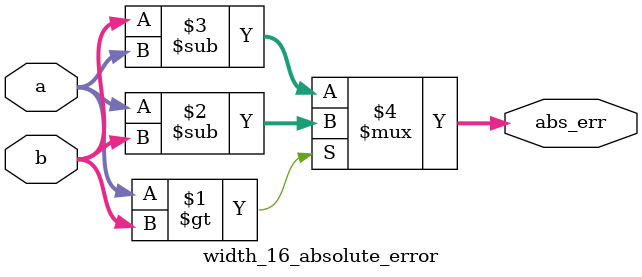
<source format=v>
module width_16_absolute_error(a, b, abs_err);
parameter _bit = 16;
input [_bit - 1: 0] a;
input [_bit - 1: 0] b;
output reg [_bit - 1: 0] abs_err;
assign abs_err = (a > b)? (a - b): (b - a);
endmodule

</source>
